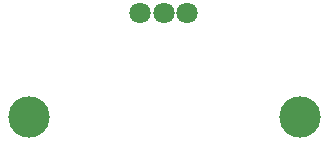
<source format=gbr>
G04 (created by PCBNEW (2013-may-18)-stable) date Вс 25 окт 2015 21:35:21*
%MOIN*%
G04 Gerber Fmt 3.4, Leading zero omitted, Abs format*
%FSLAX34Y34*%
G01*
G70*
G90*
G04 APERTURE LIST*
%ADD10C,0.00393701*%
%ADD11C,0.137795*%
%ADD12C,0.0708661*%
G04 APERTURE END LIST*
G54D10*
G54D11*
X16060Y-10145D03*
X7005Y-10145D03*
G54D12*
X12303Y-6692D03*
X11515Y-6692D03*
X10728Y-6692D03*
M02*

</source>
